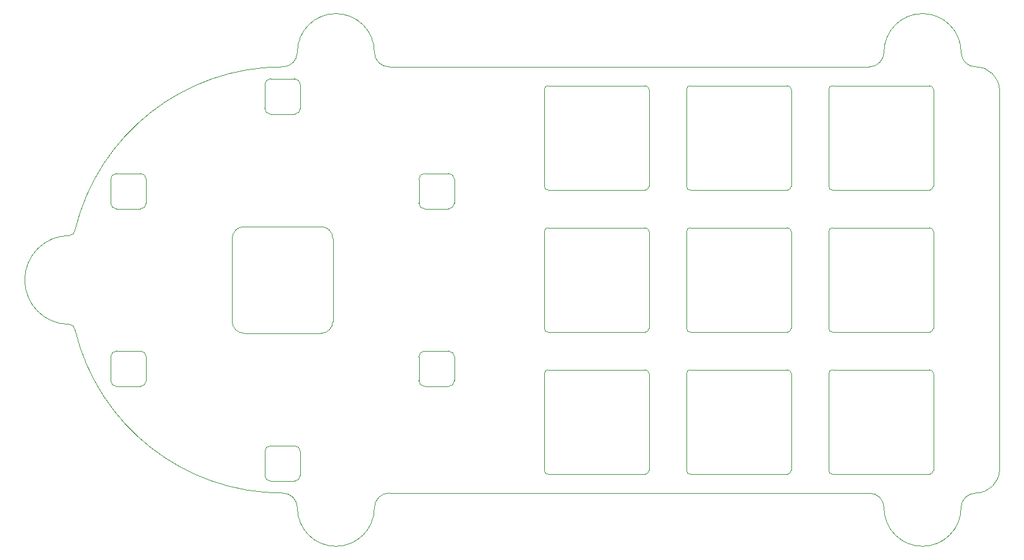
<source format=gm1>
G04 #@! TF.GenerationSoftware,KiCad,Pcbnew,7.0.1*
G04 #@! TF.CreationDate,2023-04-28T04:17:00-07:00*
G04 #@! TF.ProjectId,jam-pad_plate,6a616d2d-7061-4645-9f70-6c6174652e6b,rev?*
G04 #@! TF.SameCoordinates,Original*
G04 #@! TF.FileFunction,Profile,NP*
%FSLAX46Y46*%
G04 Gerber Fmt 4.6, Leading zero omitted, Abs format (unit mm)*
G04 Created by KiCad (PCBNEW 7.0.1) date 2023-04-28 04:17:00*
%MOMM*%
%LPD*%
G01*
G04 APERTURE LIST*
G04 #@! TA.AperFunction,Profile*
%ADD10C,0.100000*%
G04 #@! TD*
G04 #@! TA.AperFunction,Profile*
%ADD11C,0.050000*%
G04 #@! TD*
G04 APERTURE END LIST*
D10*
X114943750Y-80025000D02*
X127943750Y-80025000D01*
X140890697Y-84532799D02*
G75*
G03*
X138906250Y-82550002I-1984397J-1601D01*
G01*
X114943750Y-60975000D02*
X127943750Y-60975000D01*
X133993750Y-46974950D02*
G75*
G03*
X133493750Y-47475000I50J-500050D01*
G01*
X114443800Y-60475000D02*
G75*
G03*
X114943750Y-60975000I500000J0D01*
G01*
D11*
X55165625Y-46831250D02*
X65484375Y-46831250D01*
D10*
X72628103Y-23417201D02*
G75*
G03*
X74612500Y-25399998I1984397J1601D01*
G01*
D11*
X79375000Y-39687550D02*
G75*
G03*
X78581250Y-40481250I0J-793750D01*
G01*
D10*
X114943750Y-41925000D02*
X127943750Y-41925000D01*
X72628126Y-23417201D02*
G75*
G03*
X62309376Y-23417201I-5159375J0D01*
G01*
D11*
X61912505Y-80962555D02*
G75*
G03*
X62706255Y-80168750I-5J793755D01*
G01*
X53578050Y-59531250D02*
G75*
G03*
X55165625Y-61118750I1587550J50D01*
G01*
D10*
X147493700Y-66525000D02*
G75*
G03*
X146993750Y-66025000I-500000J0D01*
G01*
X114943750Y-46975000D02*
X127943750Y-46975000D01*
X95893750Y-60975000D02*
X108893750Y-60975000D01*
X95393800Y-41425000D02*
G75*
G03*
X95893750Y-41925000I500000J0D01*
G01*
X133493750Y-47475000D02*
X133493750Y-60475000D01*
X60325000Y-25400003D02*
G75*
G03*
X32543751Y-47241902I0J-28588777D01*
G01*
D11*
X67071950Y-48418750D02*
G75*
G03*
X65484375Y-46831250I-1587550J-50D01*
G01*
D10*
X74612500Y-82550025D02*
G75*
G03*
X72628125Y-84534375I0J-1984375D01*
G01*
D11*
X82550000Y-63500000D02*
X79374995Y-63500000D01*
X61912505Y-26987500D02*
X58737500Y-26987500D01*
D10*
X133493800Y-60475000D02*
G75*
G03*
X133993750Y-60975000I500000J0D01*
G01*
D11*
X58737500Y-76200050D02*
G75*
G03*
X57943750Y-76993750I0J-793750D01*
G01*
D10*
X95893750Y-66025000D02*
X108893750Y-66025000D01*
D11*
X38100000Y-68262500D02*
X41275005Y-68262500D01*
X42068800Y-64293750D02*
G75*
G03*
X41275005Y-63500000I-793800J-50D01*
G01*
D10*
X95893750Y-46974950D02*
G75*
G03*
X95393750Y-47475000I50J-500050D01*
G01*
X95393800Y-79525000D02*
G75*
G03*
X95893750Y-80025000I500000J0D01*
G01*
X133993750Y-66024950D02*
G75*
G03*
X133493750Y-66525000I50J-500050D01*
G01*
D11*
X79374995Y-63500045D02*
G75*
G03*
X78581245Y-64293750I5J-793755D01*
G01*
D10*
X32543748Y-60708099D02*
G75*
G03*
X60325000Y-82550000I27781252J6746879D01*
G01*
D11*
X58737500Y-80962500D02*
X61912505Y-80962500D01*
D10*
X140890625Y-84532799D02*
G75*
G03*
X151209375Y-84534375I5159375J-1D01*
G01*
D11*
X42068755Y-67468750D02*
X42068755Y-64293750D01*
D10*
X133493800Y-41425000D02*
G75*
G03*
X133993750Y-41925000I500000J0D01*
G01*
X114943750Y-66024950D02*
G75*
G03*
X114443750Y-66525000I50J-500050D01*
G01*
X133993750Y-60975000D02*
X146993750Y-60975000D01*
X114443750Y-28425000D02*
X114443750Y-41425000D01*
X114943750Y-27924950D02*
G75*
G03*
X114443750Y-28425000I50J-500050D01*
G01*
D11*
X38100000Y-39687550D02*
G75*
G03*
X37306250Y-40481250I0J-793750D01*
G01*
D10*
X128443700Y-66525000D02*
G75*
G03*
X127943750Y-66025000I-500000J0D01*
G01*
X133493750Y-28425000D02*
X133493750Y-41425000D01*
D11*
X37306200Y-67468750D02*
G75*
G03*
X38100000Y-68262500I793800J50D01*
G01*
D10*
X109393750Y-47475000D02*
X109393750Y-60475000D01*
X133993750Y-46975000D02*
X146993750Y-46975000D01*
D11*
X67071875Y-59531250D02*
X67071875Y-48418750D01*
X79374995Y-68262500D02*
X82550000Y-68262500D01*
D10*
X133493800Y-79525000D02*
G75*
G03*
X133993750Y-80025000I500000J0D01*
G01*
D11*
X37306250Y-64293750D02*
X37306250Y-67468750D01*
D10*
X133493750Y-66525000D02*
X133493750Y-79525000D01*
X62309399Y-84532797D02*
G75*
G03*
X60325000Y-82550000I-1984399J-1603D01*
G01*
X95393750Y-66525000D02*
X95393750Y-79525000D01*
D11*
X57943750Y-76993750D02*
X57943750Y-80168750D01*
D10*
X108893750Y-80025050D02*
G75*
G03*
X109393750Y-79525000I-50J500050D01*
G01*
X133993750Y-66025000D02*
X146993750Y-66025000D01*
X147493700Y-28425000D02*
G75*
G03*
X146993750Y-27925000I-500000J0D01*
G01*
X108893750Y-41925050D02*
G75*
G03*
X109393750Y-41425000I-50J500050D01*
G01*
X95393800Y-60475000D02*
G75*
G03*
X95893750Y-60975000I500000J0D01*
G01*
D11*
X42068755Y-43656250D02*
X42068755Y-40481250D01*
X58737500Y-31750000D02*
X61912505Y-31750000D01*
X55165625Y-46831245D02*
G75*
G03*
X53578125Y-48418750I5J-1587505D01*
G01*
D10*
X153193750Y-82549975D02*
G75*
G03*
X151209375Y-84534375I50J-1984425D01*
G01*
D11*
X37306250Y-40481250D02*
X37306250Y-43656250D01*
D10*
X133993750Y-41925000D02*
X146993750Y-41925000D01*
D11*
X62706255Y-30956250D02*
X62706255Y-27781250D01*
D10*
X128443750Y-66525000D02*
X128443750Y-79525000D01*
X147493750Y-66525000D02*
X147493750Y-79525000D01*
D11*
X83343800Y-40481250D02*
G75*
G03*
X82550005Y-39687500I-793800J-50D01*
G01*
X38100000Y-44450000D02*
X41275005Y-44450000D01*
D10*
X31750000Y-48021874D02*
G75*
G03*
X31751578Y-59928126I1580J-5953126D01*
G01*
X31750000Y-48021850D02*
G75*
G03*
X32543750Y-47228125I0J793750D01*
G01*
X32543774Y-60721875D02*
G75*
G03*
X31750000Y-59928126I-793774J-25D01*
G01*
D11*
X42068800Y-40481250D02*
G75*
G03*
X41275005Y-39687500I-793800J-50D01*
G01*
D10*
X114443800Y-79525000D02*
G75*
G03*
X114943750Y-80025000I500000J0D01*
G01*
D11*
X78581250Y-40481250D02*
X78581250Y-43656250D01*
X57943700Y-30956250D02*
G75*
G03*
X58737500Y-31750000I793800J50D01*
G01*
X41275005Y-68262455D02*
G75*
G03*
X42068755Y-67468750I-5J793755D01*
G01*
D10*
X95893750Y-27924950D02*
G75*
G03*
X95393750Y-28425000I50J-500050D01*
G01*
X95393750Y-28425000D02*
X95393750Y-41425000D01*
D11*
X83343750Y-67468750D02*
X83343750Y-64293750D01*
X79375000Y-44450000D02*
X82550005Y-44450000D01*
D10*
X114443750Y-47475000D02*
X114443750Y-60475000D01*
D11*
X83343755Y-43656250D02*
X83343755Y-40481250D01*
D10*
X151209376Y-23417203D02*
G75*
G03*
X140890626Y-23417203I-5159375J0D01*
G01*
D11*
X62706300Y-27781250D02*
G75*
G03*
X61912505Y-26987500I-793800J-50D01*
G01*
X37306200Y-43656250D02*
G75*
G03*
X38100000Y-44450000I793800J50D01*
G01*
X61912505Y-76200000D02*
X58737500Y-76200000D01*
D10*
X128443700Y-47475000D02*
G75*
G03*
X127943750Y-46975000I-500000J0D01*
G01*
D11*
X41275005Y-39687500D02*
X38100000Y-39687500D01*
X57943750Y-27781250D02*
X57943750Y-30956250D01*
D10*
X127943750Y-80025050D02*
G75*
G03*
X128443750Y-79525000I-50J500050D01*
G01*
D11*
X65484375Y-61118675D02*
G75*
G03*
X67071875Y-59531250I25J1587475D01*
G01*
X55165625Y-61118750D02*
X65484375Y-61118750D01*
D10*
X95893750Y-66024950D02*
G75*
G03*
X95393750Y-66525000I50J-500050D01*
G01*
X138906250Y-25400025D02*
G75*
G03*
X140890624Y-23417203I-50J1984425D01*
G01*
X146993750Y-80025050D02*
G75*
G03*
X147493750Y-79525000I-50J500050D01*
G01*
D11*
X78581200Y-67468750D02*
G75*
G03*
X79374995Y-68262500I793800J50D01*
G01*
D10*
X133993750Y-27924950D02*
G75*
G03*
X133493750Y-28425000I50J-500050D01*
G01*
D11*
X82550005Y-44449955D02*
G75*
G03*
X83343755Y-43656250I-5J793755D01*
G01*
D10*
X128443750Y-47475000D02*
X128443750Y-60475000D01*
X127943750Y-60975050D02*
G75*
G03*
X128443750Y-60475000I-50J500050D01*
G01*
X147493700Y-47475000D02*
G75*
G03*
X146993750Y-46975000I-500000J0D01*
G01*
D11*
X41275005Y-44449955D02*
G75*
G03*
X42068755Y-43656250I-5J793755D01*
G01*
X82550005Y-39687500D02*
X79375000Y-39687500D01*
D10*
X109393700Y-28425000D02*
G75*
G03*
X108893750Y-27925000I-500000J0D01*
G01*
D11*
X41275005Y-63500000D02*
X38100000Y-63500000D01*
D10*
X146993750Y-41925050D02*
G75*
G03*
X147493750Y-41425000I-50J500050D01*
G01*
X60325000Y-25399976D02*
G75*
G03*
X62309375Y-23417201I0J1984376D01*
G01*
X128443700Y-28425000D02*
G75*
G03*
X127943750Y-27925000I-500000J0D01*
G01*
X109393700Y-47475000D02*
G75*
G03*
X108893750Y-46975000I-500000J0D01*
G01*
X147493750Y-47475000D02*
X147493750Y-60475000D01*
X95893750Y-27925000D02*
X108893750Y-27925000D01*
X156368700Y-28575000D02*
G75*
G03*
X153193750Y-25400000I-3175000J0D01*
G01*
X114943750Y-27925000D02*
X127943750Y-27925000D01*
X109393700Y-66525000D02*
G75*
G03*
X108893750Y-66025000I-500000J0D01*
G01*
X114943750Y-46974950D02*
G75*
G03*
X114443750Y-47475000I50J-500050D01*
G01*
X62309375Y-84532797D02*
G75*
G03*
X72628125Y-84534375I5159375J-3D01*
G01*
D11*
X58737500Y-26987550D02*
G75*
G03*
X57943750Y-27781250I0J-793750D01*
G01*
D10*
X128443750Y-28425000D02*
X128443750Y-41425000D01*
X153193750Y-82550000D02*
G75*
G03*
X156368700Y-79375000I-50J3175000D01*
G01*
D11*
X62706300Y-76993750D02*
G75*
G03*
X61912505Y-76200000I-793800J-50D01*
G01*
D10*
X133993750Y-80025000D02*
X146993750Y-80025000D01*
D11*
X61912505Y-31749955D02*
G75*
G03*
X62706255Y-30956250I-5J793755D01*
G01*
D10*
X114443750Y-66525000D02*
X114443750Y-79525000D01*
X95893750Y-46975000D02*
X108893750Y-46975000D01*
X114943750Y-66025000D02*
X127943750Y-66025000D01*
X156368750Y-28575000D02*
X156368750Y-79375000D01*
D11*
X82550000Y-68262550D02*
G75*
G03*
X83343750Y-67468750I0J793750D01*
G01*
D10*
X151209301Y-23417203D02*
G75*
G03*
X153193750Y-25400000I1984399J1603D01*
G01*
D11*
X62706255Y-80168750D02*
X62706255Y-76993750D01*
D10*
X95893750Y-80025000D02*
X108893750Y-80025000D01*
X133993750Y-27925000D02*
X146993750Y-27925000D01*
X95893750Y-41925000D02*
X108893750Y-41925000D01*
D11*
X78581245Y-64293750D02*
X78581245Y-67468750D01*
X83343800Y-64293750D02*
G75*
G03*
X82550000Y-63500000I-793800J-50D01*
G01*
X38100000Y-63500050D02*
G75*
G03*
X37306250Y-64293750I0J-793750D01*
G01*
X53578125Y-48418750D02*
X53578125Y-59531250D01*
X78581200Y-43656250D02*
G75*
G03*
X79375000Y-44450000I793800J50D01*
G01*
D10*
X74612500Y-25399998D02*
X138906250Y-25400002D01*
X109393750Y-66525000D02*
X109393750Y-79525000D01*
X95393750Y-47475000D02*
X95393750Y-60475000D01*
X114443800Y-41425000D02*
G75*
G03*
X114943750Y-41925000I500000J0D01*
G01*
X108893750Y-60975050D02*
G75*
G03*
X109393750Y-60475000I-50J500050D01*
G01*
X138906250Y-82550002D02*
X74612500Y-82550000D01*
X127943750Y-41925050D02*
G75*
G03*
X128443750Y-41425000I-50J500050D01*
G01*
X147493750Y-28425000D02*
X147493750Y-41425000D01*
X109393750Y-28425000D02*
X109393750Y-41425000D01*
X146993750Y-60975050D02*
G75*
G03*
X147493750Y-60475000I-50J500050D01*
G01*
D11*
X57943700Y-80168750D02*
G75*
G03*
X58737500Y-80962500I793800J50D01*
G01*
M02*

</source>
